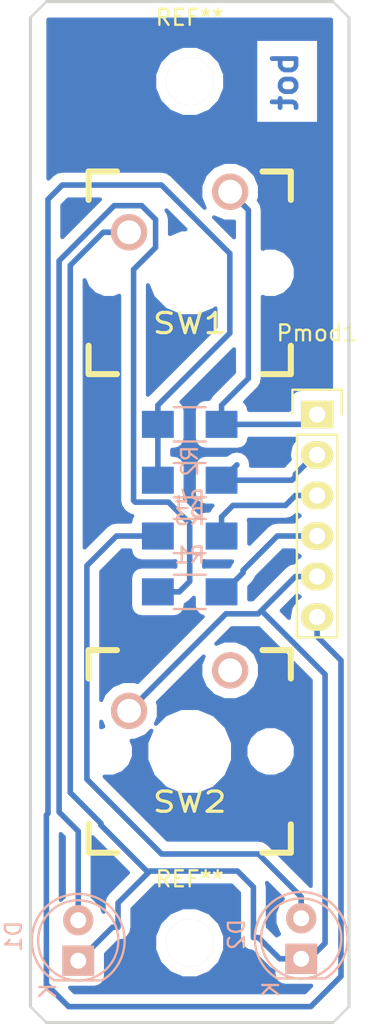
<source format=kicad_pcb>
(kicad_pcb (version 20170123) (host pcbnew no-vcs-found-7475836~58~ubuntu14.04.1)

  (general
    (links 14)
    (no_connects 1)
    (area 155.8285 64.892 181.258334 130.24376)
    (thickness 1.6)
    (drawings 12)
    (tracks 93)
    (zones 0)
    (modules 11)
    (nets 9)
  )

  (page A4)
  (layers
    (0 F.Cu signal hide)
    (31 B.Cu signal)
    (32 B.Adhes user)
    (33 F.Adhes user)
    (34 B.Paste user)
    (35 F.Paste user)
    (36 B.SilkS user)
    (37 F.SilkS user)
    (38 B.Mask user)
    (39 F.Mask user)
    (40 Dwgs.User user)
    (41 Cmts.User user)
    (42 Eco1.User user)
    (43 Eco2.User user)
    (44 Edge.Cuts user)
    (45 Margin user)
    (46 B.CrtYd user)
    (47 F.CrtYd user)
    (48 B.Fab user)
    (49 F.Fab user)
  )

  (setup
    (last_trace_width 0.35)
    (trace_clearance 0.35)
    (zone_clearance 0.6)
    (zone_45_only no)
    (trace_min 0.2)
    (segment_width 0.2)
    (edge_width 0.15)
    (via_size 1.2)
    (via_drill 0.6)
    (via_min_size 0.4)
    (via_min_drill 0.3)
    (uvia_size 0.3)
    (uvia_drill 0.1)
    (uvias_allowed no)
    (uvia_min_size 0.2)
    (uvia_min_drill 0.1)
    (pcb_text_width 0.3)
    (pcb_text_size 1.5 1.5)
    (mod_edge_width 0.15)
    (mod_text_size 1 1)
    (mod_text_width 0.15)
    (pad_size 1.524 1.524)
    (pad_drill 0.762)
    (pad_to_mask_clearance 0.2)
    (aux_axis_origin 0 0)
    (visible_elements FFFFEF7F)
    (pcbplotparams
      (layerselection 0x00000_fffffffe)
      (usegerberextensions false)
      (excludeedgelayer true)
      (linewidth 0.100000)
      (plotframeref false)
      (viasonmask false)
      (mode 1)
      (useauxorigin false)
      (hpglpennumber 1)
      (hpglpenspeed 20)
      (hpglpendiameter 15)
      (psnegative false)
      (psa4output false)
      (plotreference true)
      (plotvalue true)
      (plotinvisibletext false)
      (padsonsilk false)
      (subtractmaskfromsilk false)
      (outputformat 5)
      (mirror false)
      (drillshape 1)
      (scaleselection 1)
      (outputdirectory fab/))
  )

  (net 0 "")
  (net 1 Earth)
  (net 2 "Net-(D1-Pad2)")
  (net 3 /b2)
  (net 4 /b1)
  (net 5 /led)
  (net 6 VCC)
  (net 7 "Net-(D2-Pad2)")
  (net 8 /led2)

  (net_class Default "This is the default net class."
    (clearance 0.35)
    (trace_width 0.35)
    (via_dia 1.2)
    (via_drill 0.6)
    (uvia_dia 0.3)
    (uvia_drill 0.1)
    (add_net /b1)
    (add_net /b2)
    (add_net /led)
    (add_net /led2)
    (add_net Earth)
    (add_net "Net-(D1-Pad2)")
    (add_net "Net-(D2-Pad2)")
    (add_net VCC)
  )

  (module Mounting_Holes:MountingHole_3mm (layer F.Cu) (tedit 0) (tstamp 59CA68A5)
    (at 168 124)
    (descr "Mounting hole, Befestigungsbohrung, 3mm, No Annular, Kein Restring,")
    (tags "Mounting hole, Befestigungsbohrung, 3mm, No Annular, Kein Restring,")
    (fp_text reference REF** (at 0 -4.0005) (layer F.SilkS)
      (effects (font (size 1 1) (thickness 0.15)))
    )
    (fp_text value MountingHole_3mm (at 1.00076 5.00126) (layer F.Fab)
      (effects (font (size 1 1) (thickness 0.15)))
    )
    (fp_circle (center 0 0) (end 3 0) (layer Cmts.User) (width 0.381))
    (pad 1 thru_hole circle (at 0 0) (size 3 3) (drill 3) (layers))
  )

  (module Mounting_Holes:MountingHole_3mm (layer F.Cu) (tedit 0) (tstamp 59CA68A3)
    (at 168 70)
    (descr "Mounting hole, Befestigungsbohrung, 3mm, No Annular, Kein Restring,")
    (tags "Mounting hole, Befestigungsbohrung, 3mm, No Annular, Kein Restring,")
    (fp_text reference REF** (at 0 -4.0005) (layer F.SilkS)
      (effects (font (size 1 1) (thickness 0.15)))
    )
    (fp_text value MountingHole_3mm (at 1.00076 5.00126) (layer F.Fab)
      (effects (font (size 1 1) (thickness 0.15)))
    )
    (fp_circle (center 0 0) (end 3 0) (layer Cmts.User) (width 0.381))
    (pad 1 thru_hole circle (at 0 0) (size 3 3) (drill 3) (layers))
  )

  (module Pin_Headers:Pin_Header_Straight_1x06 (layer F.Cu) (tedit 0) (tstamp 59C6FC75)
    (at 176 90.88)
    (descr "Through hole pin header")
    (tags "pin header")
    (path /59BFFE46)
    (fp_text reference Pmod1 (at 0 -5.1) (layer F.SilkS)
      (effects (font (size 1 1) (thickness 0.15)))
    )
    (fp_text value CONN_01X06 (at 0 -3.1) (layer F.Fab)
      (effects (font (size 1 1) (thickness 0.15)))
    )
    (fp_line (start -1.75 -1.75) (end -1.75 14.45) (layer F.CrtYd) (width 0.05))
    (fp_line (start 1.75 -1.75) (end 1.75 14.45) (layer F.CrtYd) (width 0.05))
    (fp_line (start -1.75 -1.75) (end 1.75 -1.75) (layer F.CrtYd) (width 0.05))
    (fp_line (start -1.75 14.45) (end 1.75 14.45) (layer F.CrtYd) (width 0.05))
    (fp_line (start 1.27 1.27) (end 1.27 13.97) (layer F.SilkS) (width 0.15))
    (fp_line (start 1.27 13.97) (end -1.27 13.97) (layer F.SilkS) (width 0.15))
    (fp_line (start -1.27 13.97) (end -1.27 1.27) (layer F.SilkS) (width 0.15))
    (fp_line (start 1.55 -1.55) (end 1.55 0) (layer F.SilkS) (width 0.15))
    (fp_line (start 1.27 1.27) (end -1.27 1.27) (layer F.SilkS) (width 0.15))
    (fp_line (start -1.55 0) (end -1.55 -1.55) (layer F.SilkS) (width 0.15))
    (fp_line (start -1.55 -1.55) (end 1.55 -1.55) (layer F.SilkS) (width 0.15))
    (pad 1 thru_hole rect (at 0 0) (size 2.032 1.7272) (drill 1.016) (layers *.Cu *.Mask F.SilkS)
      (net 3 /b2))
    (pad 2 thru_hole oval (at 0 2.54) (size 2.032 1.7272) (drill 1.016) (layers *.Cu *.Mask F.SilkS)
      (net 4 /b1))
    (pad 3 thru_hole oval (at 0 5.08) (size 2.032 1.7272) (drill 1.016) (layers *.Cu *.Mask F.SilkS)
      (net 8 /led2))
    (pad 4 thru_hole oval (at 0 7.62) (size 2.032 1.7272) (drill 1.016) (layers *.Cu *.Mask F.SilkS)
      (net 5 /led))
    (pad 5 thru_hole oval (at 0 10.16) (size 2.032 1.7272) (drill 1.016) (layers *.Cu *.Mask F.SilkS)
      (net 1 Earth))
    (pad 6 thru_hole oval (at 0 12.7) (size 2.032 1.7272) (drill 1.016) (layers *.Cu *.Mask F.SilkS)
      (net 6 VCC))
    (model Pin_Headers.3dshapes/Pin_Header_Straight_1x06.wrl
      (at (xyz 0 -0.25 0))
      (scale (xyz 1 1 1))
      (rotate (xyz 0 0 90))
    )
  )

  (module Resistors_SMD:R_1206_HandSoldering (layer B.Cu) (tedit 5418A20D) (tstamp 59C6FC81)
    (at 168 102 180)
    (descr "Resistor SMD 1206, hand soldering")
    (tags "resistor 1206")
    (path /59C002CF)
    (attr smd)
    (fp_text reference R1 (at 0 2.3 180) (layer B.SilkS)
      (effects (font (size 1 1) (thickness 0.15)) (justify mirror))
    )
    (fp_text value R (at 0 -2.3 180) (layer B.Fab)
      (effects (font (size 1 1) (thickness 0.15)) (justify mirror))
    )
    (fp_line (start -3.3 1.2) (end 3.3 1.2) (layer B.CrtYd) (width 0.05))
    (fp_line (start -3.3 -1.2) (end 3.3 -1.2) (layer B.CrtYd) (width 0.05))
    (fp_line (start -3.3 1.2) (end -3.3 -1.2) (layer B.CrtYd) (width 0.05))
    (fp_line (start 3.3 1.2) (end 3.3 -1.2) (layer B.CrtYd) (width 0.05))
    (fp_line (start 1 -1.075) (end -1 -1.075) (layer B.SilkS) (width 0.15))
    (fp_line (start -1 1.075) (end 1 1.075) (layer B.SilkS) (width 0.15))
    (pad 1 smd rect (at -2 0 180) (size 2 1.7) (layers B.Cu B.Paste B.Mask)
      (net 5 /led))
    (pad 2 smd rect (at 2 0 180) (size 2 1.7) (layers B.Cu B.Paste B.Mask)
      (net 2 "Net-(D1-Pad2)"))
    (model Resistors_SMD.3dshapes/R_1206_HandSoldering.wrl
      (at (xyz 0 0 0))
      (scale (xyz 1 1 1))
      (rotate (xyz 0 0 0))
    )
  )

  (module Resistors_SMD:R_1206_HandSoldering (layer B.Cu) (tedit 5418A20D) (tstamp 59C6FC8D)
    (at 168 91.5)
    (descr "Resistor SMD 1206, hand soldering")
    (tags "resistor 1206")
    (path /59C000FB)
    (attr smd)
    (fp_text reference R2 (at 0 2.3 -90) (layer B.SilkS)
      (effects (font (size 1 1) (thickness 0.15)) (justify mirror))
    )
    (fp_text value R (at 0 -2.3) (layer B.Fab)
      (effects (font (size 1 1) (thickness 0.15)) (justify mirror))
    )
    (fp_line (start -3.3 1.2) (end 3.3 1.2) (layer B.CrtYd) (width 0.05))
    (fp_line (start -3.3 -1.2) (end 3.3 -1.2) (layer B.CrtYd) (width 0.05))
    (fp_line (start -3.3 1.2) (end -3.3 -1.2) (layer B.CrtYd) (width 0.05))
    (fp_line (start 3.3 1.2) (end 3.3 -1.2) (layer B.CrtYd) (width 0.05))
    (fp_line (start 1 -1.075) (end -1 -1.075) (layer B.SilkS) (width 0.15))
    (fp_line (start -1 1.075) (end 1 1.075) (layer B.SilkS) (width 0.15))
    (pad 1 smd rect (at -2 0) (size 2 1.7) (layers B.Cu B.Paste B.Mask)
      (net 6 VCC))
    (pad 2 smd rect (at 2 0) (size 2 1.7) (layers B.Cu B.Paste B.Mask)
      (net 3 /b2))
    (model Resistors_SMD.3dshapes/R_1206_HandSoldering.wrl
      (at (xyz 0 0 0))
      (scale (xyz 1 1 1))
      (rotate (xyz 0 0 0))
    )
  )

  (module Resistors_SMD:R_1206_HandSoldering (layer B.Cu) (tedit 5418A20D) (tstamp 59C6FC99)
    (at 168 95)
    (descr "Resistor SMD 1206, hand soldering")
    (tags "resistor 1206")
    (path /59C00139)
    (attr smd)
    (fp_text reference R3 (at 0 2.3) (layer B.SilkS)
      (effects (font (size 1 1) (thickness 0.15)) (justify mirror))
    )
    (fp_text value R (at 0 -2.3) (layer B.Fab)
      (effects (font (size 1 1) (thickness 0.15)) (justify mirror))
    )
    (fp_line (start -1 1.075) (end 1 1.075) (layer B.SilkS) (width 0.15))
    (fp_line (start 1 -1.075) (end -1 -1.075) (layer B.SilkS) (width 0.15))
    (fp_line (start 3.3 1.2) (end 3.3 -1.2) (layer B.CrtYd) (width 0.05))
    (fp_line (start -3.3 1.2) (end -3.3 -1.2) (layer B.CrtYd) (width 0.05))
    (fp_line (start -3.3 -1.2) (end 3.3 -1.2) (layer B.CrtYd) (width 0.05))
    (fp_line (start -3.3 1.2) (end 3.3 1.2) (layer B.CrtYd) (width 0.05))
    (pad 2 smd rect (at 2 0) (size 2 1.7) (layers B.Cu B.Paste B.Mask)
      (net 4 /b1))
    (pad 1 smd rect (at -2 0) (size 2 1.7) (layers B.Cu B.Paste B.Mask)
      (net 6 VCC))
    (model Resistors_SMD.3dshapes/R_1206_HandSoldering.wrl
      (at (xyz 0 0 0))
      (scale (xyz 1 1 1))
      (rotate (xyz 0 0 0))
    )
  )

  (module fp:CHERRY_MX (layer F.Cu) (tedit 5852AEB5) (tstamp 59C6FCB2)
    (at 168 82)
    (path /59BFFF76)
    (fp_text reference SW1 (at 0 3.175) (layer F.SilkS)
      (effects (font (size 1.27 1.524) (thickness 0.2032)))
    )
    (fp_text value SW_PUSH (at 0 5.08) (layer F.SilkS) hide
      (effects (font (size 1.27 1.524) (thickness 0.2032)))
    )
    (fp_line (start -6.35 -6.35) (end 6.35 -6.35) (layer Cmts.User) (width 0.1524))
    (fp_line (start 6.35 -6.35) (end 6.35 6.35) (layer Cmts.User) (width 0.1524))
    (fp_line (start 6.35 6.35) (end -6.35 6.35) (layer Cmts.User) (width 0.1524))
    (fp_line (start -6.35 6.35) (end -6.35 -6.35) (layer Cmts.User) (width 0.1524))
    (fp_line (start -6.35 -6.35) (end -4.572 -6.35) (layer F.SilkS) (width 0.381))
    (fp_line (start 4.572 -6.35) (end 6.35 -6.35) (layer F.SilkS) (width 0.381))
    (fp_line (start 6.35 -6.35) (end 6.35 -4.572) (layer F.SilkS) (width 0.381))
    (fp_line (start 6.35 4.572) (end 6.35 6.35) (layer F.SilkS) (width 0.381))
    (fp_line (start 6.35 6.35) (end 4.572 6.35) (layer F.SilkS) (width 0.381))
    (fp_line (start -4.572 6.35) (end -6.35 6.35) (layer F.SilkS) (width 0.381))
    (fp_line (start -6.35 6.35) (end -6.35 4.572) (layer F.SilkS) (width 0.381))
    (fp_line (start -6.35 -4.572) (end -6.35 -6.35) (layer F.SilkS) (width 0.381))
    (fp_line (start -6.985 -6.985) (end 6.985 -6.985) (layer Eco2.User) (width 0.1524))
    (fp_line (start 6.985 -6.985) (end 6.985 6.985) (layer Eco2.User) (width 0.1524))
    (fp_line (start 6.985 6.985) (end -6.985 6.985) (layer Eco2.User) (width 0.1524))
    (fp_line (start -6.985 6.985) (end -6.985 -6.985) (layer Eco2.User) (width 0.1524))
    (pad 1 thru_hole circle (at 2.54 -5.08) (size 2.286 2.286) (drill 1.4986) (layers *.Cu *.SilkS *.Mask)
      (net 3 /b2))
    (pad 2 thru_hole circle (at -3.81 -2.54) (size 2.286 2.286) (drill 1.4986) (layers *.Cu *.SilkS *.Mask)
      (net 1 Earth))
    (pad "" np_thru_hole circle (at 0 0) (size 3.9878 3.9878) (drill 3.9878) (layers *.Cu *.Mask F.SilkS))
    (pad "" np_thru_hole circle (at -5.08 0) (size 1.7018 1.7018) (drill 1.7018) (layers *.Cu *.Mask F.SilkS))
    (pad "" np_thru_hole circle (at 5.08 0) (size 1.7018 1.7018) (drill 1.7018) (layers *.Cu *.Mask F.SilkS))
  )

  (module fp:CHERRY_MX (layer F.Cu) (tedit 5852AEB5) (tstamp 59C6FCCB)
    (at 168 112)
    (path /59BFFFF6)
    (fp_text reference SW2 (at 0 3.175) (layer F.SilkS)
      (effects (font (size 1.27 1.524) (thickness 0.2032)))
    )
    (fp_text value SW_PUSH (at 0 5.08) (layer F.SilkS) hide
      (effects (font (size 1.27 1.524) (thickness 0.2032)))
    )
    (fp_line (start -6.985 6.985) (end -6.985 -6.985) (layer Eco2.User) (width 0.1524))
    (fp_line (start 6.985 6.985) (end -6.985 6.985) (layer Eco2.User) (width 0.1524))
    (fp_line (start 6.985 -6.985) (end 6.985 6.985) (layer Eco2.User) (width 0.1524))
    (fp_line (start -6.985 -6.985) (end 6.985 -6.985) (layer Eco2.User) (width 0.1524))
    (fp_line (start -6.35 -4.572) (end -6.35 -6.35) (layer F.SilkS) (width 0.381))
    (fp_line (start -6.35 6.35) (end -6.35 4.572) (layer F.SilkS) (width 0.381))
    (fp_line (start -4.572 6.35) (end -6.35 6.35) (layer F.SilkS) (width 0.381))
    (fp_line (start 6.35 6.35) (end 4.572 6.35) (layer F.SilkS) (width 0.381))
    (fp_line (start 6.35 4.572) (end 6.35 6.35) (layer F.SilkS) (width 0.381))
    (fp_line (start 6.35 -6.35) (end 6.35 -4.572) (layer F.SilkS) (width 0.381))
    (fp_line (start 4.572 -6.35) (end 6.35 -6.35) (layer F.SilkS) (width 0.381))
    (fp_line (start -6.35 -6.35) (end -4.572 -6.35) (layer F.SilkS) (width 0.381))
    (fp_line (start -6.35 6.35) (end -6.35 -6.35) (layer Cmts.User) (width 0.1524))
    (fp_line (start 6.35 6.35) (end -6.35 6.35) (layer Cmts.User) (width 0.1524))
    (fp_line (start 6.35 -6.35) (end 6.35 6.35) (layer Cmts.User) (width 0.1524))
    (fp_line (start -6.35 -6.35) (end 6.35 -6.35) (layer Cmts.User) (width 0.1524))
    (pad "" np_thru_hole circle (at 5.08 0) (size 1.7018 1.7018) (drill 1.7018) (layers *.Cu *.Mask F.SilkS))
    (pad "" np_thru_hole circle (at -5.08 0) (size 1.7018 1.7018) (drill 1.7018) (layers *.Cu *.Mask F.SilkS))
    (pad "" np_thru_hole circle (at 0 0) (size 3.9878 3.9878) (drill 3.9878) (layers *.Cu *.Mask F.SilkS))
    (pad 2 thru_hole circle (at -3.81 -2.54) (size 2.286 2.286) (drill 1.4986) (layers *.Cu *.SilkS *.Mask)
      (net 1 Earth))
    (pad 1 thru_hole circle (at 2.54 -5.08) (size 2.286 2.286) (drill 1.4986) (layers *.Cu *.SilkS *.Mask)
      (net 4 /b1))
  )

  (module Resistors_SMD:R_1206_HandSoldering (layer B.Cu) (tedit 5418A20D) (tstamp 59CA67D5)
    (at 168 98.5 180)
    (descr "Resistor SMD 1206, hand soldering")
    (tags "resistor 1206")
    (path /59C00518)
    (attr smd)
    (fp_text reference R4 (at 0 2.3 180) (layer B.SilkS)
      (effects (font (size 1 1) (thickness 0.15)) (justify mirror))
    )
    (fp_text value R (at 0 -2.3 180) (layer B.Fab)
      (effects (font (size 1 1) (thickness 0.15)) (justify mirror))
    )
    (fp_line (start -3.3 1.2) (end 3.3 1.2) (layer B.CrtYd) (width 0.05))
    (fp_line (start -3.3 -1.2) (end 3.3 -1.2) (layer B.CrtYd) (width 0.05))
    (fp_line (start -3.3 1.2) (end -3.3 -1.2) (layer B.CrtYd) (width 0.05))
    (fp_line (start 3.3 1.2) (end 3.3 -1.2) (layer B.CrtYd) (width 0.05))
    (fp_line (start 1 -1.075) (end -1 -1.075) (layer B.SilkS) (width 0.15))
    (fp_line (start -1 1.075) (end 1 1.075) (layer B.SilkS) (width 0.15))
    (pad 1 smd rect (at -2 0 180) (size 2 1.7) (layers B.Cu B.Paste B.Mask)
      (net 8 /led2))
    (pad 2 smd rect (at 2 0 180) (size 2 1.7) (layers B.Cu B.Paste B.Mask)
      (net 7 "Net-(D2-Pad2)"))
    (model Resistors_SMD.3dshapes/R_1206_HandSoldering.wrl
      (at (xyz 0 0 0))
      (scale (xyz 1 1 1))
      (rotate (xyz 0 0 0))
    )
  )

  (module LEDs:LED-5MM (layer B.Cu) (tedit 5570F7EA) (tstamp 59CC2088)
    (at 161 125.12014 90)
    (descr "LED 5mm round vertical")
    (tags "LED 5mm round vertical")
    (path /59C001F0)
    (fp_text reference D1 (at 1.524 -4.064 90) (layer B.SilkS)
      (effects (font (size 1 1) (thickness 0.15)) (justify mirror))
    )
    (fp_text value LED (at 1.524 3.937 90) (layer B.Fab)
      (effects (font (size 1 1) (thickness 0.15)) (justify mirror))
    )
    (fp_line (start -1.5 1.55) (end -1.5 -1.55) (layer B.CrtYd) (width 0.05))
    (fp_arc (start 1.3 0) (end -1.5 -1.55) (angle 302) (layer B.CrtYd) (width 0.05))
    (fp_arc (start 1.27 0) (end -1.23 1.5) (angle -297.5) (layer B.SilkS) (width 0.15))
    (fp_line (start -1.23 -1.5) (end -1.23 1.5) (layer B.SilkS) (width 0.15))
    (fp_circle (center 1.27 0) (end 0.97 2.5) (layer B.SilkS) (width 0.15))
    (fp_text user K (at -1.905 -1.905 90) (layer B.SilkS)
      (effects (font (size 1 1) (thickness 0.15)) (justify mirror))
    )
    (pad 1 thru_hole rect (at 0 0) (size 2 1.9) (drill 1.00076) (layers *.Cu *.Mask B.SilkS)
      (net 1 Earth))
    (pad 2 thru_hole circle (at 2.54 0 90) (size 1.9 1.9) (drill 1.00076) (layers *.Cu *.Mask B.SilkS)
      (net 2 "Net-(D1-Pad2)"))
    (model LEDs.3dshapes/LED-5MM.wrl
      (at (xyz 0.05 0 0))
      (scale (xyz 1 1 1))
      (rotate (xyz 0 0 90))
    )
  )

  (module LEDs:LED-5MM (layer B.Cu) (tedit 5570F7EA) (tstamp 59CC2093)
    (at 175 125 90)
    (descr "LED 5mm round vertical")
    (tags "LED 5mm round vertical")
    (path /59C00512)
    (fp_text reference D2 (at 1.524 -4.064 90) (layer B.SilkS)
      (effects (font (size 1 1) (thickness 0.15)) (justify mirror))
    )
    (fp_text value LED (at 1.524 3.937 90) (layer B.Fab)
      (effects (font (size 1 1) (thickness 0.15)) (justify mirror))
    )
    (fp_text user K (at -1.905 -1.905 90) (layer B.SilkS)
      (effects (font (size 1 1) (thickness 0.15)) (justify mirror))
    )
    (fp_circle (center 1.27 0) (end 0.97 2.5) (layer B.SilkS) (width 0.15))
    (fp_line (start -1.23 -1.5) (end -1.23 1.5) (layer B.SilkS) (width 0.15))
    (fp_arc (start 1.27 0) (end -1.23 1.5) (angle -297.5) (layer B.SilkS) (width 0.15))
    (fp_arc (start 1.3 0) (end -1.5 -1.55) (angle 302) (layer B.CrtYd) (width 0.05))
    (fp_line (start -1.5 1.55) (end -1.5 -1.55) (layer B.CrtYd) (width 0.05))
    (pad 2 thru_hole circle (at 2.54 0 90) (size 1.9 1.9) (drill 1.00076) (layers *.Cu *.Mask B.SilkS)
      (net 7 "Net-(D2-Pad2)"))
    (pad 1 thru_hole rect (at 0 0) (size 2 1.9) (drill 1.00076) (layers *.Cu *.Mask B.SilkS)
      (net 1 Earth))
    (model LEDs.3dshapes/LED-5MM.wrl
      (at (xyz 0.05 0 0))
      (scale (xyz 1 1 1))
      (rotate (xyz 0 0 90))
    )
  )

  (gr_text bot (at 174 70 90) (layer B.Cu)
    (effects (font (size 1.5 1.5) (thickness 0.3)) (justify mirror))
  )
  (gr_line (start 178 66) (end 178 66) (layer Edge.Cuts) (width 0.15) (tstamp 59CA6B75))
  (gr_line (start 177 65) (end 178 66) (layer Edge.Cuts) (width 0.15))
  (gr_line (start 158 128) (end 158 128) (layer Edge.Cuts) (width 0.15) (tstamp 59CA6B72))
  (gr_line (start 159 129) (end 158 128) (layer Edge.Cuts) (width 0.15))
  (gr_line (start 178 128) (end 178 128) (layer Edge.Cuts) (width 0.15) (tstamp 59CA6B6F))
  (gr_line (start 177 129) (end 178 128) (layer Edge.Cuts) (width 0.15))
  (gr_line (start 159 65) (end 158 66) (layer Edge.Cuts) (width 0.15))
  (gr_line (start 158 128) (end 158 66) (layer Edge.Cuts) (width 0.2))
  (gr_line (start 177 129) (end 159 129) (layer Edge.Cuts) (width 0.2))
  (gr_line (start 178 66) (end 178 128) (layer Edge.Cuts) (width 0.2))
  (gr_line (start 159 65) (end 177 65) (layer Edge.Cuts) (width 0.2))

  (segment (start 165.5 119.5) (end 165.4 119.6) (width 0.35) (layer B.Cu) (net 1))
  (segment (start 165.4 119.6) (end 163.5 121.5) (width 0.35) (layer B.Cu) (net 1))
  (segment (start 162.425431 116.511656) (end 162.425431 116.625431) (width 0.35) (layer B.Cu) (net 1))
  (segment (start 162.425431 116.625431) (end 165.4 119.6) (width 0.35) (layer B.Cu) (net 1))
  (segment (start 163.5 123.02146) (end 163.14868 123.02146) (width 0.35) (layer B.Cu) (net 1))
  (segment (start 163.14868 123.02146) (end 161.05 125.12014) (width 0.35) (layer B.Cu) (net 1))
  (segment (start 161.05 125.12014) (end 161 125.12014) (width 0.35) (layer B.Cu) (net 1))
  (segment (start 175 125) (end 173.65 125) (width 0.35) (layer B.Cu) (net 1))
  (segment (start 173.65 125) (end 172.32029 123.67029) (width 0.35) (layer B.Cu) (net 1))
  (segment (start 172.32029 123.67029) (end 172 123.67029) (width 0.35) (layer B.Cu) (net 1))
  (segment (start 160.500022 114.586247) (end 162.425431 116.511656) (width 0.35) (layer B.Cu) (net 1))
  (segment (start 160.500022 81.533532) (end 160.500022 114.586247) (width 0.35) (layer B.Cu) (net 1))
  (segment (start 162.573554 79.46) (end 160.500022 81.533532) (width 0.35) (layer B.Cu) (net 1))
  (segment (start 164.19 79.46) (end 162.573554 79.46) (width 0.35) (layer B.Cu) (net 1))
  (segment (start 176.5 124.02146) (end 175.1016 125.41986) (width 0.35) (layer B.Cu) (net 1))
  (segment (start 172.5 103.174) (end 176.5 107.174) (width 0.35) (layer B.Cu) (net 1))
  (segment (start 176.5 107.174) (end 176.5 124.02146) (width 0.35) (layer B.Cu) (net 1))
  (segment (start 175.1016 125.41986) (end 175 125.41986) (width 0.35) (layer B.Cu) (net 1))
  (segment (start 172.5 103.174) (end 172.298999 103.375001) (width 0.35) (layer B.Cu) (net 1))
  (segment (start 174.634 101.04) (end 172.5 103.174) (width 0.35) (layer B.Cu) (net 1))
  (segment (start 176 101.04) (end 174.634 101.04) (width 0.35) (layer B.Cu) (net 1))
  (segment (start 172.298999 103.375001) (end 170.274999 103.375001) (width 0.35) (layer B.Cu) (net 1))
  (segment (start 161.1016 125.41986) (end 161 125.41986) (width 0.35) (layer B.Cu) (net 1))
  (segment (start 163.5 121.5) (end 163.5 123.02146) (width 0.35) (layer B.Cu) (net 1))
  (segment (start 171 119.5) (end 165.5 119.5) (width 0.35) (layer B.Cu) (net 1))
  (segment (start 172 120.5) (end 171 119.5) (width 0.35) (layer B.Cu) (net 1))
  (segment (start 172 123.67029) (end 172 120.5) (width 0.35) (layer B.Cu) (net 1))
  (segment (start 170.274999 103.375001) (end 165.332999 108.317001) (width 0.35) (layer B.Cu) (net 1))
  (segment (start 165.332999 108.317001) (end 164.19 109.46) (width 0.35) (layer B.Cu) (net 1))
  (segment (start 161 122.58014) (end 161 117) (width 0.35) (layer B.Cu) (net 2))
  (segment (start 164.990641 77.791999) (end 165.858001 78.659359) (width 0.35) (layer B.Cu) (net 2))
  (segment (start 165.858001 78.659359) (end 165.858001 80.414025) (width 0.35) (layer B.Cu) (net 2))
  (segment (start 159.800011 81.243581) (end 163.251593 77.791999) (width 0.35) (layer B.Cu) (net 2))
  (segment (start 161 117) (end 159.800011 115.80001) (width 0.35) (layer B.Cu) (net 2))
  (segment (start 159.800011 115.80001) (end 159.800011 81.243581) (width 0.35) (layer B.Cu) (net 2))
  (segment (start 163.251593 77.791999) (end 164.990641 77.791999) (width 0.35) (layer B.Cu) (net 2))
  (segment (start 164.474999 81.797027) (end 164.474999 95.5) (width 0.35) (layer B.Cu) (net 2))
  (segment (start 165.858001 80.414025) (end 164.474999 81.797027) (width 0.35) (layer B.Cu) (net 2))
  (segment (start 164.474999 95.5) (end 164.474999 95.525001) (width 0.35) (layer B.Cu) (net 2))
  (segment (start 168 101.35) (end 168 97.704998) (width 0.35) (layer B.Cu) (net 2))
  (segment (start 168 97.704998) (end 166.670003 96.375001) (width 0.35) (layer B.Cu) (net 2))
  (segment (start 166.670003 96.375001) (end 164.579999 96.375001) (width 0.35) (layer B.Cu) (net 2))
  (segment (start 164.579999 96.375001) (end 164.474999 96.270001) (width 0.35) (layer B.Cu) (net 2))
  (segment (start 164.474999 96.270001) (end 164.474999 95.5) (width 0.35) (layer B.Cu) (net 2))
  (segment (start 166 102) (end 167.35 102) (width 0.35) (layer B.Cu) (net 2))
  (segment (start 167.35 102) (end 168 101.35) (width 0.35) (layer B.Cu) (net 2))
  (segment (start 170 91.5) (end 175.38 91.5) (width 0.35) (layer B.Cu) (net 3))
  (segment (start 175.38 91.5) (end 176 90.88) (width 0.35) (layer B.Cu) (net 3))
  (segment (start 170.54 76.92) (end 171.682999 78.062999) (width 0.35) (layer B.Cu) (net 3))
  (segment (start 171.682999 78.062999) (end 171.682999 88.617001) (width 0.35) (layer B.Cu) (net 3))
  (segment (start 171.682999 88.617001) (end 170 90.3) (width 0.35) (layer B.Cu) (net 3))
  (segment (start 170 90.3) (end 170 91.5) (width 0.35) (layer B.Cu) (net 3))
  (segment (start 170 95) (end 174.42 95) (width 0.35) (layer B.Cu) (net 4))
  (segment (start 174.42 95) (end 174.634 94.786) (width 0.35) (layer B.Cu) (net 4))
  (segment (start 174.634 94.786) (end 174.634 94.6336) (width 0.35) (layer B.Cu) (net 4))
  (segment (start 174.634 94.6336) (end 175.8476 93.42) (width 0.35) (layer B.Cu) (net 4))
  (segment (start 175.8476 93.42) (end 176 93.42) (width 0.35) (layer B.Cu) (net 4))
  (segment (start 170.96 94.04) (end 170 95) (width 0.35) (layer B.Cu) (net 4))
  (segment (start 170 102) (end 170.15 102) (width 0.35) (layer B.Cu) (net 5))
  (segment (start 170.15 102) (end 171.35 100.8) (width 0.35) (layer B.Cu) (net 5))
  (segment (start 171.35 100.8) (end 171.35 100.65) (width 0.35) (layer B.Cu) (net 5))
  (segment (start 171.35 100.65) (end 173.5 98.5) (width 0.35) (layer B.Cu) (net 5))
  (segment (start 173.5 98.5) (end 176 98.5) (width 0.35) (layer B.Cu) (net 5))
  (segment (start 176 103.58) (end 176 104.7936) (width 0.35) (layer B.Cu) (net 6))
  (segment (start 159.1 77.4) (end 160 76.5) (width 0.35) (layer B.Cu) (net 6))
  (segment (start 176 104.7936) (end 177.5 106.2936) (width 0.35) (layer B.Cu) (net 6))
  (segment (start 170.518901 85.781099) (end 166 90.3) (width 0.35) (layer B.Cu) (net 6))
  (segment (start 166 90.3) (end 166 91.5) (width 0.35) (layer B.Cu) (net 6))
  (segment (start 177.5 106.2936) (end 177.5 126.1) (width 0.35) (layer B.Cu) (net 6))
  (segment (start 166.227974 76.5) (end 170.518901 80.790927) (width 0.35) (layer B.Cu) (net 6))
  (segment (start 177.5 126.1) (end 175.6 128) (width 0.35) (layer B.Cu) (net 6))
  (segment (start 159.1 115.889964) (end 159.1 77.4) (width 0.35) (layer B.Cu) (net 6))
  (segment (start 160 76.5) (end 166.227974 76.5) (width 0.35) (layer B.Cu) (net 6))
  (segment (start 175.6 128) (end 160.4 128) (width 0.35) (layer B.Cu) (net 6))
  (segment (start 160.4 128) (end 159 126.6) (width 0.35) (layer B.Cu) (net 6))
  (segment (start 159 126.6) (end 159 115.989964) (width 0.35) (layer B.Cu) (net 6))
  (segment (start 159 115.989964) (end 159.1 115.889964) (width 0.35) (layer B.Cu) (net 6))
  (segment (start 170.518901 80.790927) (end 170.518901 85.781099) (width 0.35) (layer B.Cu) (net 6))
  (segment (start 166 91.5) (end 166 92.7) (width 0.35) (layer B.Cu) (net 6))
  (segment (start 166 92.7) (end 166 95) (width 0.35) (layer B.Cu) (net 6))
  (segment (start 175 122.46) (end 175 121.116498) (width 0.35) (layer B.Cu) (net 7))
  (segment (start 175 121.116498) (end 172.314812 118.43131) (width 0.35) (layer B.Cu) (net 7))
  (segment (start 172.314812 118.43131) (end 166.23131 118.43131) (width 0.35) (layer B.Cu) (net 7))
  (segment (start 166.23131 118.43131) (end 161.544099 113.744099) (width 0.35) (layer B.Cu) (net 7))
  (segment (start 161.544099 113.744099) (end 161.544099 100.355901) (width 0.35) (layer B.Cu) (net 7))
  (segment (start 161.544099 100.355901) (end 163.4 98.5) (width 0.35) (layer B.Cu) (net 7))
  (segment (start 163.4 98.5) (end 166 98.5) (width 0.35) (layer B.Cu) (net 7))
  (segment (start 165.85 98.5) (end 166 98.5) (width 0.35) (layer B.Cu) (net 7))
  (segment (start 170.72 96.58) (end 174.014 96.58) (width 0.35) (layer B.Cu) (net 8))
  (segment (start 174.014 96.58) (end 174.634 95.96) (width 0.35) (layer B.Cu) (net 8))
  (segment (start 174.634 95.96) (end 176 95.96) (width 0.35) (layer B.Cu) (net 8))
  (segment (start 170.72 96.58) (end 170 97.3) (width 0.35) (layer B.Cu) (net 8))
  (segment (start 170 97.3) (end 170 98.5) (width 0.35) (layer B.Cu) (net 8))

  (zone (net 0) (net_name "") (layer B.Cu) (tstamp 0) (hatch edge 0.508)
    (connect_pads (clearance 0.6))
    (min_thickness 0.254)
    (fill yes (arc_segments 16) (thermal_gap 0.508) (thermal_bridge_width 0.508))
    (polygon
      (pts
        (xy 159 66) (xy 177 66) (xy 177 128) (xy 159 128)
      )
    )
    (filled_polygon
      (pts
        (xy 171.098 120.873621) (xy 171.098 123.67029) (xy 171.166661 124.01547) (xy 171.36219 124.3081) (xy 171.65482 124.503629)
        (xy 171.933428 124.559048) (xy 173.01219 125.63781) (xy 173.258758 125.802561) (xy 173.258758 125.95) (xy 173.315182 126.233661)
        (xy 173.475863 126.474137) (xy 173.716339 126.634818) (xy 174 126.691242) (xy 175.633138 126.691242) (xy 175.22638 127.098)
        (xy 160.77362 127.098) (xy 160.487002 126.811382) (xy 162 126.811382) (xy 162.283661 126.754958) (xy 162.524137 126.594277)
        (xy 162.684818 126.353801) (xy 162.741242 126.07014) (xy 162.741242 124.704519) (xy 163.004727 124.441034) (xy 165.772614 124.441034)
        (xy 166.11094 125.259846) (xy 166.736858 125.886858) (xy 167.555079 126.226613) (xy 168.441034 126.227386) (xy 169.259846 125.88906)
        (xy 169.886858 125.263142) (xy 170.226613 124.444921) (xy 170.227386 123.558966) (xy 169.88906 122.740154) (xy 169.263142 122.113142)
        (xy 168.444921 121.773387) (xy 167.558966 121.772614) (xy 166.740154 122.11094) (xy 166.113142 122.736858) (xy 165.773387 123.555079)
        (xy 165.772614 124.441034) (xy 163.004727 124.441034) (xy 163.527838 123.917923) (xy 163.84518 123.854799) (xy 164.13781 123.65927)
        (xy 164.333339 123.36664) (xy 164.402 123.02146) (xy 164.402 121.87362) (xy 165.87362 120.402) (xy 170.62638 120.402)
      )
    )
    (filled_polygon
      (pts
        (xy 173.848152 121.240271) (xy 173.579138 121.508816) (xy 173.323292 122.124961) (xy 173.32271 122.792112) (xy 173.57748 123.408703)
        (xy 173.606979 123.438254) (xy 173.475863 123.525863) (xy 173.466098 123.540478) (xy 172.9581 123.03248) (xy 172.902 122.994995)
        (xy 172.902 120.5) (xy 172.850879 120.242997)
      )
    )
    (filled_polygon
      (pts
        (xy 164.12438 119.6) (xy 162.86219 120.86219) (xy 162.666661 121.154819) (xy 162.605623 121.461678) (xy 162.598 121.5)
        (xy 162.598 122.056131) (xy 162.42252 121.631437) (xy 161.951184 121.159278) (xy 161.902 121.138855) (xy 161.902 117.37762)
      )
    )
    (filled_polygon
      (pts
        (xy 160.098 117.373621) (xy 160.098 121.138323) (xy 160.051297 121.15762) (xy 159.902 121.306657) (xy 159.902 117.177621)
      )
    )
    (filled_polygon
      (pts
        (xy 175.598 107.54762) (xy 175.598 120.438877) (xy 172.952622 117.7935) (xy 172.659993 117.597971) (xy 172.314812 117.52931)
        (xy 166.604931 117.52931) (xy 162.653288 113.577668) (xy 163.232487 113.578173) (xy 163.812641 113.338459) (xy 164.256899 112.894976)
        (xy 164.497626 112.315241) (xy 164.498173 111.687513) (xy 164.35051 111.33014) (xy 164.560334 111.330323) (xy 165.247886 111.046233)
        (xy 165.592906 110.701814) (xy 165.279573 111.456405) (xy 165.278628 112.538846) (xy 165.691988 113.539253) (xy 166.456721 114.305322)
        (xy 167.456405 114.720427) (xy 168.538846 114.721372) (xy 169.539253 114.308012) (xy 170.305322 113.543279) (xy 170.720427 112.543595)
        (xy 170.720628 112.312487) (xy 171.501827 112.312487) (xy 171.741541 112.892641) (xy 172.185024 113.336899) (xy 172.764759 113.577626)
        (xy 173.392487 113.578173) (xy 173.972641 113.338459) (xy 174.416899 112.894976) (xy 174.657626 112.315241) (xy 174.658173 111.687513)
        (xy 174.418459 111.107359) (xy 173.974976 110.663101) (xy 173.395241 110.422374) (xy 172.767513 110.421827) (xy 172.187359 110.661541)
        (xy 171.743101 111.105024) (xy 171.502374 111.684759) (xy 171.501827 112.312487) (xy 170.720628 112.312487) (xy 170.721372 111.461154)
        (xy 170.308012 110.460747) (xy 169.543279 109.694678) (xy 168.543595 109.279573) (xy 167.461154 109.278628) (xy 166.460747 109.691988)
        (xy 165.876155 110.27556) (xy 166.059674 109.833598) (xy 166.060323 109.089666) (xy 165.994722 108.930898) (xy 168.877039 106.048582)
        (xy 168.670326 106.546402) (xy 168.669677 107.290334) (xy 168.953767 107.977886) (xy 169.479347 108.504384) (xy 170.166402 108.789674)
        (xy 170.910334 108.790323) (xy 171.597886 108.506233) (xy 172.124384 107.980653) (xy 172.409674 107.293598) (xy 172.410323 106.549666)
        (xy 172.126233 105.862114) (xy 171.600653 105.335616) (xy 170.913598 105.050326) (xy 170.169666 105.049677) (xy 169.669125 105.256496)
        (xy 170.64862 104.277001) (xy 172.298999 104.277001) (xy 172.322672 104.272292)
      )
    )
    (filled_polygon
      (pts
        (xy 162.570411 110.437157) (xy 162.446099 110.488522) (xy 162.446099 110.136299)
      )
    )
    (filled_polygon
      (pts
        (xy 164.315182 99.633661) (xy 164.475863 99.874137) (xy 164.716339 100.034818) (xy 165 100.091242) (xy 167 100.091242)
        (xy 167.098 100.071748) (xy 167.098 100.428252) (xy 167 100.408758) (xy 165 100.408758) (xy 164.716339 100.465182)
        (xy 164.475863 100.625863) (xy 164.315182 100.866339) (xy 164.258758 101.15) (xy 164.258758 102.85) (xy 164.315182 103.133661)
        (xy 164.475863 103.374137) (xy 164.716339 103.534818) (xy 165 103.591242) (xy 167 103.591242) (xy 167.283661 103.534818)
        (xy 167.524137 103.374137) (xy 167.684818 103.133661) (xy 167.741242 102.85) (xy 167.741242 102.802562) (xy 167.98781 102.63781)
        (xy 168.258758 102.366862) (xy 168.258758 102.85) (xy 168.315182 103.133661) (xy 168.475863 103.374137) (xy 168.716339 103.534818)
        (xy 168.819117 103.555262) (xy 164.719371 107.655009) (xy 164.563598 107.590326) (xy 163.819666 107.589677) (xy 163.132114 107.873767)
        (xy 162.605616 108.399347) (xy 162.446099 108.783507) (xy 162.446099 100.729521) (xy 163.773621 99.402) (xy 164.269102 99.402)
      )
    )
    (filled_polygon
      (pts
        (xy 174.90615 102.31) (xy 174.688729 102.455276) (xy 174.34393 102.971304) (xy 174.222853 103.58) (xy 174.233091 103.631471)
        (xy 173.77562 103.174) (xy 174.746377 102.203243)
      )
    )
    (filled_polygon
      (pts
        (xy 174.688729 99.624724) (xy 174.90615 99.77) (xy 174.688729 99.915276) (xy 174.525487 100.159585) (xy 174.28882 100.206661)
        (xy 173.99619 100.40219) (xy 171.925379 102.473001) (xy 171.741242 102.473001) (xy 171.741242 101.684379) (xy 171.98781 101.437811)
        (xy 172.183339 101.145181) (xy 172.196474 101.079146) (xy 173.87362 99.402) (xy 174.53991 99.402)
      )
    )
    (filled_polygon
      (pts
        (xy 169 100.091242) (xy 170.659369 100.091242) (xy 170.516661 100.304819) (xy 170.503526 100.370853) (xy 170.465621 100.408758)
        (xy 169 100.408758) (xy 168.902 100.428252) (xy 168.902 100.071748)
      )
    )
    (filled_polygon
      (pts
        (xy 161.581541 82.892641) (xy 162.025024 83.336899) (xy 162.604759 83.577626) (xy 163.232487 83.578173) (xy 163.572999 83.437477)
        (xy 163.572999 96.270001) (xy 163.64166 96.615182) (xy 163.837189 96.907811) (xy 163.942188 97.012811) (xy 164.049814 97.084724)
        (xy 164.234819 97.20834) (xy 164.39894 97.240986) (xy 164.315182 97.366339) (xy 164.269102 97.598) (xy 163.4 97.598)
        (xy 163.162807 97.645181) (xy 163.054819 97.666661) (xy 162.762189 97.86219) (xy 161.402022 99.222358) (xy 161.402022 82.45817)
      )
    )
    (filled_polygon
      (pts
        (xy 174.90615 97.23) (xy 174.688729 97.375276) (xy 174.53991 97.598) (xy 173.5 97.598) (xy 173.262807 97.645181)
        (xy 173.154819 97.666661) (xy 172.86219 97.86219) (xy 171.741242 98.983138) (xy 171.741242 97.65) (xy 171.707825 97.482)
        (xy 174.014 97.482) (xy 174.359181 97.413339) (xy 174.65181 97.21781) (xy 174.746377 97.123243)
      )
    )
    (filled_polygon
      (pts
        (xy 170.780999 88.243381) (xy 169.36219 89.66219) (xy 169.197438 89.908758) (xy 169 89.908758) (xy 168.716339 89.965182)
        (xy 168.475863 90.125863) (xy 168.315182 90.366339) (xy 168.258758 90.65) (xy 168.258758 92.35) (xy 168.315182 92.633661)
        (xy 168.475863 92.874137) (xy 168.716339 93.034818) (xy 169 93.091242) (xy 171 93.091242) (xy 171.283661 93.034818)
        (xy 171.524137 92.874137) (xy 171.684818 92.633661) (xy 171.730898 92.402) (xy 174.617418 92.402) (xy 174.34393 92.811304)
        (xy 174.222853 93.42) (xy 174.280777 93.711203) (xy 173.99619 93.99579) (xy 173.927895 94.098) (xy 171.850463 94.098)
        (xy 171.862 94.04) (xy 171.793339 93.694819) (xy 171.59781 93.40219) (xy 171.305181 93.206661) (xy 170.96 93.138)
        (xy 170.614819 93.206661) (xy 170.32219 93.40219) (xy 170.315622 93.408758) (xy 169 93.408758) (xy 168.716339 93.465182)
        (xy 168.475863 93.625863) (xy 168.315182 93.866339) (xy 168.258758 94.15) (xy 168.258758 95.85) (xy 168.315182 96.133661)
        (xy 168.475863 96.374137) (xy 168.716339 96.534818) (xy 169 96.591242) (xy 169.433138 96.591242) (xy 169.36219 96.66219)
        (xy 169.197438 96.908758) (xy 169 96.908758) (xy 168.716339 96.965182) (xy 168.608116 97.037494) (xy 167.688047 96.117425)
        (xy 167.741242 95.85) (xy 167.741242 94.15) (xy 167.684818 93.866339) (xy 167.524137 93.625863) (xy 167.283661 93.465182)
        (xy 167 93.408758) (xy 166.902 93.408758) (xy 166.902 93.091242) (xy 167 93.091242) (xy 167.283661 93.034818)
        (xy 167.524137 92.874137) (xy 167.684818 92.633661) (xy 167.741242 92.35) (xy 167.741242 90.65) (xy 167.684818 90.366339)
        (xy 167.524137 90.125863) (xy 167.479549 90.096071) (xy 170.780999 86.794621)
      )
    )
    (filled_polygon
      (pts
        (xy 176.873 89.275158) (xy 174.984 89.275158) (xy 174.700339 89.331582) (xy 174.459863 89.492263) (xy 174.299182 89.732739)
        (xy 174.242758 90.0164) (xy 174.242758 90.598) (xy 171.730898 90.598) (xy 171.684818 90.366339) (xy 171.524137 90.125863)
        (xy 171.479549 90.096071) (xy 172.320809 89.254811) (xy 172.516338 88.962182) (xy 172.584999 88.617001) (xy 172.584999 83.502983)
        (xy 172.764759 83.577626) (xy 173.392487 83.578173) (xy 173.972641 83.338459) (xy 174.416899 82.894976) (xy 174.657626 82.315241)
        (xy 174.658173 81.687513) (xy 174.418459 81.107359) (xy 173.974976 80.663101) (xy 173.395241 80.422374) (xy 172.767513 80.421827)
        (xy 172.584999 80.49724) (xy 172.584999 78.062999) (xy 172.516338 77.717819) (xy 172.43115 77.590326) (xy 172.341916 77.456777)
        (xy 172.409674 77.293598) (xy 172.410323 76.549666) (xy 172.126233 75.862114) (xy 171.600653 75.335616) (xy 170.913598 75.050326)
        (xy 170.169666 75.049677) (xy 169.482114 75.333767) (xy 168.955616 75.859347) (xy 168.670326 76.546402) (xy 168.669677 77.290334)
        (xy 168.934253 77.930659) (xy 166.865784 75.86219) (xy 166.573155 75.666661) (xy 166.227974 75.598) (xy 160 75.598)
        (xy 159.712089 75.65527) (xy 159.654819 75.666661) (xy 159.36219 75.86219) (xy 159.127 76.09738) (xy 159.127 70.441034)
        (xy 165.772614 70.441034) (xy 166.11094 71.259846) (xy 166.736858 71.886858) (xy 167.555079 72.226613) (xy 168.441034 72.227386)
        (xy 169.259846 71.88906) (xy 169.886858 71.263142) (xy 170.226613 70.444921) (xy 170.227386 69.558966) (xy 169.88906 68.740154)
        (xy 169.263142 68.113142) (xy 168.444921 67.773387) (xy 167.558966 67.772614) (xy 166.740154 68.11094) (xy 166.113142 68.736858)
        (xy 165.773387 69.555079) (xy 165.772614 70.441034) (xy 159.127 70.441034) (xy 159.127 67.337285) (xy 172.118 67.337285)
        (xy 172.118 72.662714) (xy 176.122 72.662714) (xy 176.122 67.337285) (xy 172.118 67.337285) (xy 159.127 67.337285)
        (xy 159.127 66.127) (xy 176.873 66.127)
      )
    )
    (filled_polygon
      (pts
        (xy 165.691988 83.539253) (xy 166.456721 84.305322) (xy 167.456405 84.720427) (xy 168.538846 84.721372) (xy 169.539253 84.308012)
        (xy 169.616901 84.230499) (xy 169.616901 85.407479) (xy 165.376999 89.647381) (xy 165.376999 82.776922)
      )
    )
    (filled_polygon
      (pts
        (xy 170.166402 78.789674) (xy 170.780999 78.79021) (xy 170.780999 79.777405) (xy 169.528309 78.524715)
      )
    )
    (filled_polygon
      (pts
        (xy 160.002 79.765972) (xy 160.002 77.77362) (xy 160.37362 77.402) (xy 162.365972 77.402)
      )
    )
    (filled_polygon
      (pts
        (xy 167.731218 79.278864) (xy 167.461154 79.278628) (xy 166.760001 79.568339) (xy 166.760001 78.659359) (xy 166.69134 78.314179)
        (xy 166.69134 78.314178) (xy 166.539928 78.087574)
      )
    )
  )
)

</source>
